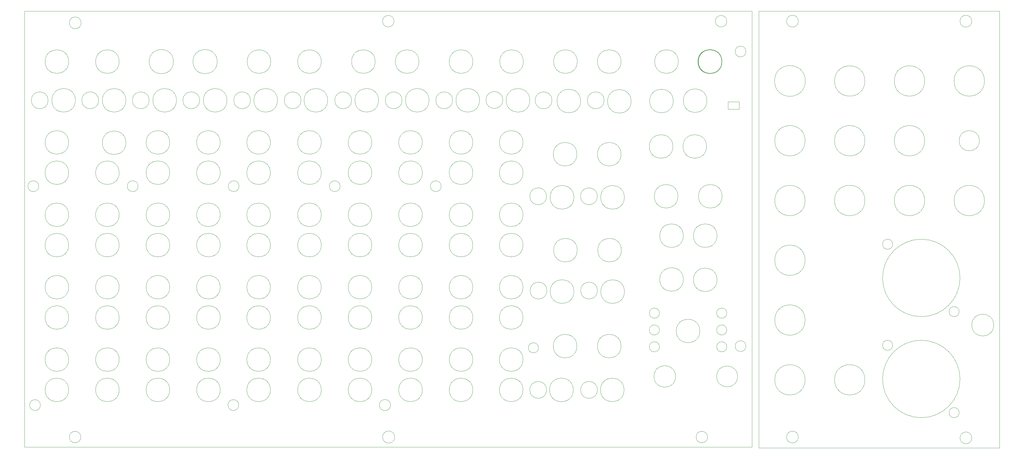
<source format=gbr>
%TF.GenerationSoftware,KiCad,Pcbnew,(6.0.7)*%
%TF.CreationDate,2022-09-27T11:44:32+02:00*%
%TF.ProjectId,Frontpannels,46726f6e-7470-4616-9e6e-656c732e6b69,rev?*%
%TF.SameCoordinates,Original*%
%TF.FileFunction,Profile,NP*%
%FSLAX46Y46*%
G04 Gerber Fmt 4.6, Leading zero omitted, Abs format (unit mm)*
G04 Created by KiCad (PCBNEW (6.0.7)) date 2022-09-27 11:44:32*
%MOMM*%
%LPD*%
G01*
G04 APERTURE LIST*
%TA.AperFunction,Profile*%
%ADD10C,0.100000*%
%TD*%
%TA.AperFunction,Profile*%
%ADD11C,0.050000*%
%TD*%
G04 APERTURE END LIST*
D10*
X122349242Y-131500000D02*
G75*
G03*
X122349242Y-131500000I-1649242J0D01*
G01*
X155707987Y-40900000D02*
G75*
G03*
X155707987Y-40900000I-2507987J0D01*
G01*
X163725667Y-41000000D02*
G75*
G03*
X163725667Y-41000000I-3512834J0D01*
G01*
X168701999Y-69500000D02*
G75*
G03*
X168701999Y-69500000I-2501999J0D01*
G01*
X191790052Y-69812833D02*
G75*
G03*
X191790052Y-69812833I-3512834J0D01*
G01*
X183779217Y-69500000D02*
G75*
G03*
X183779217Y-69500000I-2501999J0D01*
G01*
X176800001Y-69800000D02*
G75*
G03*
X176800001Y-69800000I-3522783J0D01*
G01*
X191812834Y-97812833D02*
G75*
G03*
X191812834Y-97812833I-3512834J0D01*
G01*
X183801999Y-97500000D02*
G75*
G03*
X183801999Y-97500000I-2501999J0D01*
G01*
X176822783Y-97800000D02*
G75*
G03*
X176822783Y-97800000I-3522783J0D01*
G01*
X168807987Y-97500000D02*
G75*
G03*
X168807987Y-97500000I-2507987J0D01*
G01*
X176622783Y-127000000D02*
G75*
G03*
X176622783Y-127000000I-3522783J0D01*
G01*
X191701428Y-127000000D02*
G75*
G03*
X191701428Y-127000000I-3501428J0D01*
G01*
X190801428Y-114000000D02*
G75*
G03*
X190801428Y-114000000I-3501428J0D01*
G01*
X177700000Y-114000000D02*
G75*
G03*
X177700000Y-114000000I-3500000J0D01*
G01*
X190901428Y-85500000D02*
G75*
G03*
X190901428Y-85500000I-3501428J0D01*
G01*
X177800000Y-85500000D02*
G75*
G03*
X177800000Y-85500000I-3500000J0D01*
G01*
X177700000Y-57000000D02*
G75*
G03*
X177700000Y-57000000I-3500000J0D01*
G01*
X190801428Y-57000000D02*
G75*
G03*
X190801428Y-57000000I-3501428J0D01*
G01*
X220800000Y-29500000D02*
G75*
G03*
X220800000Y-29500000I-3600000J0D01*
G01*
X207800000Y-29500000D02*
G75*
G03*
X207800000Y-29500000I-3501428J0D01*
G01*
X190805710Y-29500000D02*
G75*
G03*
X190805710Y-29500000I-3505710J0D01*
G01*
X177805710Y-29500000D02*
G75*
G03*
X177805710Y-29500000I-3505710J0D01*
G01*
X161800000Y-29500000D02*
G75*
G03*
X161800000Y-29500000I-3500000J0D01*
G01*
X146801428Y-29500000D02*
G75*
G03*
X146801428Y-29500000I-3501428J0D01*
G01*
X130805710Y-29500000D02*
G75*
G03*
X130805710Y-29500000I-3505710J0D01*
G01*
X117800000Y-29500000D02*
G75*
G03*
X117800000Y-29500000I-3500000J0D01*
G01*
X101800000Y-29500000D02*
G75*
G03*
X101800000Y-29500000I-3500000J0D01*
G01*
X86801428Y-29500000D02*
G75*
G03*
X86801428Y-29500000I-3501428J0D01*
G01*
X70900000Y-29500000D02*
G75*
G03*
X70900000Y-29500000I-3600000J0D01*
G01*
X57901389Y-29500000D02*
G75*
G03*
X57901389Y-29500000I-3601389J0D01*
G01*
X41801428Y-29500000D02*
G75*
G03*
X41801428Y-29500000I-3501428J0D01*
G01*
X26800000Y-29500000D02*
G75*
G03*
X26800000Y-29500000I-3500000J0D01*
G01*
X20700000Y-41000000D02*
G75*
G03*
X20700000Y-41000000I-2500000J0D01*
G01*
X28800000Y-41000000D02*
G75*
G03*
X28800000Y-41000000I-3500000J0D01*
G01*
X35701999Y-41000000D02*
G75*
G03*
X35701999Y-41000000I-2501999J0D01*
G01*
X43800000Y-41000000D02*
G75*
G03*
X43800000Y-41000000I-3500000J0D01*
G01*
X50700000Y-41000000D02*
G75*
G03*
X50700000Y-41000000I-2500000J0D01*
G01*
X58801428Y-41000000D02*
G75*
G03*
X58801428Y-41000000I-3501428J0D01*
G01*
X65701999Y-41000000D02*
G75*
G03*
X65701999Y-41000000I-2501999J0D01*
G01*
X73800000Y-41000000D02*
G75*
G03*
X73800000Y-41000000I-3500000J0D01*
G01*
X80800000Y-41000000D02*
G75*
G03*
X80800000Y-41000000I-2500000J0D01*
G01*
X88805710Y-41000000D02*
G75*
G03*
X88805710Y-41000000I-3505710J0D01*
G01*
X95801999Y-41000000D02*
G75*
G03*
X95801999Y-41000000I-2501999J0D01*
G01*
X103700000Y-41000000D02*
G75*
G03*
X103700000Y-41000000I-3500000J0D01*
G01*
X110801999Y-41000000D02*
G75*
G03*
X110801999Y-41000000I-2501999J0D01*
G01*
X118800000Y-41000000D02*
G75*
G03*
X118800000Y-41000000I-3500000J0D01*
G01*
X125801999Y-41000000D02*
G75*
G03*
X125801999Y-41000000I-2501999J0D01*
G01*
X133801428Y-41000000D02*
G75*
G03*
X133801428Y-41000000I-3501428J0D01*
G01*
X140801999Y-41000000D02*
G75*
G03*
X140801999Y-41000000I-2501999J0D01*
G01*
X148800000Y-41000000D02*
G75*
G03*
X148800000Y-41000000I-3500000J0D01*
G01*
X170301999Y-41000000D02*
G75*
G03*
X170301999Y-41000000I-2501999J0D01*
G01*
X178805710Y-41200000D02*
G75*
G03*
X178805710Y-41200000I-3505710J0D01*
G01*
X185801999Y-41000000D02*
G75*
G03*
X185801999Y-41000000I-2501999J0D01*
G01*
X193800000Y-41300000D02*
G75*
G03*
X193800000Y-41300000I-3500000J0D01*
G01*
X26800000Y-53500000D02*
G75*
G03*
X26800000Y-53500000I-3500000J0D01*
G01*
X101800000Y-53500000D02*
G75*
G03*
X101800000Y-53500000I-3500000J0D01*
G01*
X86700000Y-53500000D02*
G75*
G03*
X86700000Y-53500000I-3500000J0D01*
G01*
X56800000Y-53500000D02*
G75*
G03*
X56800000Y-53500000I-3500000J0D01*
G01*
X43800000Y-53600000D02*
G75*
G03*
X43800000Y-53600000I-3500000J0D01*
G01*
X146800000Y-53500000D02*
G75*
G03*
X146800000Y-53500000I-3500000J0D01*
G01*
X161700000Y-53500000D02*
G75*
G03*
X161700000Y-53500000I-3500000J0D01*
G01*
X71800000Y-53500000D02*
G75*
G03*
X71800000Y-53500000I-3500000J0D01*
G01*
X116800000Y-53500000D02*
G75*
G03*
X116800000Y-53500000I-3500000J0D01*
G01*
X131800000Y-53500000D02*
G75*
G03*
X131800000Y-53500000I-3500000J0D01*
G01*
X26800000Y-62500000D02*
G75*
G03*
X26800000Y-62500000I-3500000J0D01*
G01*
X101800000Y-62500000D02*
G75*
G03*
X101800000Y-62500000I-3500000J0D01*
G01*
X86700000Y-62500000D02*
G75*
G03*
X86700000Y-62500000I-3500000J0D01*
G01*
X56800000Y-62500000D02*
G75*
G03*
X56800000Y-62500000I-3500000J0D01*
G01*
X41800000Y-62500000D02*
G75*
G03*
X41800000Y-62500000I-3500000J0D01*
G01*
X146800000Y-62500000D02*
G75*
G03*
X146800000Y-62500000I-3500000J0D01*
G01*
X161700000Y-62500000D02*
G75*
G03*
X161700000Y-62500000I-3500000J0D01*
G01*
X71800000Y-62500000D02*
G75*
G03*
X71800000Y-62500000I-3500000J0D01*
G01*
X116800000Y-62500000D02*
G75*
G03*
X116800000Y-62500000I-3500000J0D01*
G01*
X131800000Y-62500000D02*
G75*
G03*
X131800000Y-62500000I-3500000J0D01*
G01*
X26800000Y-75000000D02*
G75*
G03*
X26800000Y-75000000I-3500000J0D01*
G01*
X101800000Y-75000000D02*
G75*
G03*
X101800000Y-75000000I-3500000J0D01*
G01*
X86700000Y-75000000D02*
G75*
G03*
X86700000Y-75000000I-3500000J0D01*
G01*
X56800000Y-75000000D02*
G75*
G03*
X56800000Y-75000000I-3500000J0D01*
G01*
X41800000Y-75000000D02*
G75*
G03*
X41800000Y-75000000I-3500000J0D01*
G01*
X146800000Y-75000000D02*
G75*
G03*
X146800000Y-75000000I-3500000J0D01*
G01*
X161700000Y-75000000D02*
G75*
G03*
X161700000Y-75000000I-3500000J0D01*
G01*
X71800000Y-75000000D02*
G75*
G03*
X71800000Y-75000000I-3500000J0D01*
G01*
X116800000Y-75000000D02*
G75*
G03*
X116800000Y-75000000I-3500000J0D01*
G01*
X131800000Y-75000000D02*
G75*
G03*
X131800000Y-75000000I-3500000J0D01*
G01*
X26800000Y-84000000D02*
G75*
G03*
X26800000Y-84000000I-3500000J0D01*
G01*
X101800000Y-84000000D02*
G75*
G03*
X101800000Y-84000000I-3500000J0D01*
G01*
X86700000Y-84000000D02*
G75*
G03*
X86700000Y-84000000I-3500000J0D01*
G01*
X56800000Y-84000000D02*
G75*
G03*
X56800000Y-84000000I-3500000J0D01*
G01*
X41800000Y-84000000D02*
G75*
G03*
X41800000Y-84000000I-3500000J0D01*
G01*
X146800000Y-84000000D02*
G75*
G03*
X146800000Y-84000000I-3500000J0D01*
G01*
X161700000Y-84000000D02*
G75*
G03*
X161700000Y-84000000I-3500000J0D01*
G01*
X71800000Y-84000000D02*
G75*
G03*
X71800000Y-84000000I-3500000J0D01*
G01*
X116800000Y-84000000D02*
G75*
G03*
X116800000Y-84000000I-3500000J0D01*
G01*
X131800000Y-84000000D02*
G75*
G03*
X131800000Y-84000000I-3500000J0D01*
G01*
X26800000Y-96500000D02*
G75*
G03*
X26800000Y-96500000I-3500000J0D01*
G01*
X101800000Y-96500000D02*
G75*
G03*
X101800000Y-96500000I-3500000J0D01*
G01*
X86700000Y-96500000D02*
G75*
G03*
X86700000Y-96500000I-3500000J0D01*
G01*
X56800000Y-96500000D02*
G75*
G03*
X56800000Y-96500000I-3500000J0D01*
G01*
X41800000Y-96500000D02*
G75*
G03*
X41800000Y-96500000I-3500000J0D01*
G01*
X146800000Y-96500000D02*
G75*
G03*
X146800000Y-96500000I-3500000J0D01*
G01*
X161700000Y-96500000D02*
G75*
G03*
X161700000Y-96500000I-3500000J0D01*
G01*
X71800000Y-96500000D02*
G75*
G03*
X71800000Y-96500000I-3500000J0D01*
G01*
X116800000Y-96500000D02*
G75*
G03*
X116800000Y-96500000I-3500000J0D01*
G01*
X131800000Y-96500000D02*
G75*
G03*
X131800000Y-96500000I-3500000J0D01*
G01*
X26800000Y-105500000D02*
G75*
G03*
X26800000Y-105500000I-3500000J0D01*
G01*
X101800000Y-105500000D02*
G75*
G03*
X101800000Y-105500000I-3500000J0D01*
G01*
X86700000Y-105500000D02*
G75*
G03*
X86700000Y-105500000I-3500000J0D01*
G01*
X56800000Y-105500000D02*
G75*
G03*
X56800000Y-105500000I-3500000J0D01*
G01*
X41800000Y-105500000D02*
G75*
G03*
X41800000Y-105500000I-3500000J0D01*
G01*
X146800000Y-105500000D02*
G75*
G03*
X146800000Y-105500000I-3500000J0D01*
G01*
X161700000Y-105500000D02*
G75*
G03*
X161700000Y-105500000I-3500000J0D01*
G01*
X71800000Y-105500000D02*
G75*
G03*
X71800000Y-105500000I-3500000J0D01*
G01*
X116800000Y-105500000D02*
G75*
G03*
X116800000Y-105500000I-3500000J0D01*
G01*
X131800000Y-105500000D02*
G75*
G03*
X131800000Y-105500000I-3500000J0D01*
G01*
X26800000Y-118000000D02*
G75*
G03*
X26800000Y-118000000I-3500000J0D01*
G01*
X101800000Y-118000000D02*
G75*
G03*
X101800000Y-118000000I-3500000J0D01*
G01*
X86700000Y-118000000D02*
G75*
G03*
X86700000Y-118000000I-3500000J0D01*
G01*
X56800000Y-118000000D02*
G75*
G03*
X56800000Y-118000000I-3500000J0D01*
G01*
X41800000Y-118000000D02*
G75*
G03*
X41800000Y-118000000I-3500000J0D01*
G01*
X146800000Y-118000000D02*
G75*
G03*
X146800000Y-118000000I-3500000J0D01*
G01*
X161700000Y-118000000D02*
G75*
G03*
X161700000Y-118000000I-3500000J0D01*
G01*
X71800000Y-118000000D02*
G75*
G03*
X71800000Y-118000000I-3500000J0D01*
G01*
X116800000Y-118000000D02*
G75*
G03*
X116800000Y-118000000I-3500000J0D01*
G01*
X131800000Y-118000000D02*
G75*
G03*
X131800000Y-118000000I-3500000J0D01*
G01*
X161700000Y-127000000D02*
G75*
G03*
X161700000Y-127000000I-3500000J0D01*
G01*
X146800000Y-127000000D02*
G75*
G03*
X146800000Y-127000000I-3500000J0D01*
G01*
X131800000Y-127000000D02*
G75*
G03*
X131800000Y-127000000I-3500000J0D01*
G01*
X116800000Y-127000000D02*
G75*
G03*
X116800000Y-127000000I-3500000J0D01*
G01*
X101800000Y-127000000D02*
G75*
G03*
X101800000Y-127000000I-3500000J0D01*
G01*
X86700000Y-127000000D02*
G75*
G03*
X86700000Y-127000000I-3500000J0D01*
G01*
X71800000Y-127000000D02*
G75*
G03*
X71800000Y-127000000I-3500000J0D01*
G01*
X56800000Y-127000000D02*
G75*
G03*
X56800000Y-127000000I-3500000J0D01*
G01*
X41800000Y-127000000D02*
G75*
G03*
X41800000Y-127000000I-3500000J0D01*
G01*
X26800000Y-127000000D02*
G75*
G03*
X26800000Y-127000000I-3500000J0D01*
G01*
X229700000Y-14500000D02*
X13700000Y-14500000D01*
X13700000Y-14500000D02*
X13700000Y-144000000D01*
X13700000Y-144000000D02*
X229700000Y-144000000D01*
X229700000Y-144000000D02*
X229700000Y-14500000D01*
X207800000Y-29500000D02*
G75*
G03*
X207800000Y-29500000I-3500000J0D01*
G01*
X220700000Y-29500000D02*
G75*
G03*
X220700000Y-29500000I-3500000J0D01*
G01*
X206300000Y-41200000D02*
G75*
G03*
X206300000Y-41200000I-3500000J0D01*
G01*
X216300000Y-41100000D02*
G75*
G03*
X216300000Y-41100000I-3500000J0D01*
G01*
X206200000Y-54700000D02*
G75*
G03*
X206200000Y-54700000I-3500000J0D01*
G01*
X216200000Y-54700000D02*
G75*
G03*
X216200000Y-54700000I-3500000J0D01*
G01*
X207700000Y-69500000D02*
G75*
G03*
X207700000Y-69500000I-3500000J0D01*
G01*
X220800000Y-69500000D02*
G75*
G03*
X220800000Y-69500000I-3500000J0D01*
G01*
X209300000Y-81200000D02*
G75*
G03*
X209300000Y-81200000I-3500000J0D01*
G01*
X219300000Y-81200000D02*
G75*
G03*
X219300000Y-81200000I-3500000J0D01*
G01*
X209300000Y-94200000D02*
G75*
G03*
X209300000Y-94200000I-3500000J0D01*
G01*
X219300000Y-94300000D02*
G75*
G03*
X219300000Y-94300000I-3500000J0D01*
G01*
X225400000Y-123000000D02*
G75*
G03*
X225400000Y-123000000I-3100000J0D01*
G01*
X207000000Y-123000000D02*
G75*
G03*
X207000000Y-123000000I-3200000J0D01*
G01*
X214200000Y-109500000D02*
G75*
G03*
X214200000Y-109500000I-3500000J0D01*
G01*
X222200000Y-114200000D02*
G75*
G03*
X222200000Y-114200000I-1500000J0D01*
G01*
X222200000Y-109200000D02*
G75*
G03*
X222200000Y-109200000I-1500000J0D01*
G01*
X222200000Y-104200000D02*
G75*
G03*
X222200000Y-104200000I-1500000J0D01*
G01*
X202200000Y-104200000D02*
G75*
G03*
X202200000Y-104200000I-1500000J0D01*
G01*
X202200000Y-109200000D02*
G75*
G03*
X202200000Y-109200000I-1500000J0D01*
G01*
X202200000Y-114200000D02*
G75*
G03*
X202200000Y-114200000I-1500000J0D01*
G01*
X166300000Y-114500000D02*
G75*
G03*
X166300000Y-114500000I-1500000J0D01*
G01*
X183807987Y-127000000D02*
G75*
G03*
X183807987Y-127000000I-2507987J0D01*
G01*
X168701999Y-127000000D02*
G75*
G03*
X168701999Y-127000000I-2501999J0D01*
G01*
X77300000Y-131500000D02*
G75*
G03*
X77300000Y-131500000I-1600000J0D01*
G01*
X123600000Y-141000000D02*
G75*
G03*
X123600000Y-141000000I-1800000J0D01*
G01*
X216500000Y-141000000D02*
G75*
G03*
X216500000Y-141000000I-1700000J0D01*
G01*
X227900000Y-114000000D02*
G75*
G03*
X227900000Y-114000000I-1600000J0D01*
G01*
X227900000Y-26500000D02*
G75*
G03*
X227900000Y-26500000I-1600000J0D01*
G01*
X222200000Y-17500000D02*
G75*
G03*
X222200000Y-17500000I-1700000J0D01*
G01*
X123400000Y-17500000D02*
G75*
G03*
X123400000Y-17500000I-1700000J0D01*
G01*
X137400000Y-66500000D02*
G75*
G03*
X137400000Y-66500000I-1600000J0D01*
G01*
X107400000Y-66500000D02*
G75*
G03*
X107400000Y-66500000I-1600000J0D01*
G01*
X77400000Y-66500000D02*
G75*
G03*
X77400000Y-66500000I-1600000J0D01*
G01*
X77400000Y-66500000D02*
G75*
G03*
X77400000Y-66500000I-1600000J0D01*
G01*
X47403122Y-66500000D02*
G75*
G03*
X47403122Y-66500000I-1603122J0D01*
G01*
X17912452Y-66500000D02*
G75*
G03*
X17912452Y-66500000I-1612452J0D01*
G01*
X18400000Y-131500000D02*
G75*
G03*
X18400000Y-131500000I-1600000J0D01*
G01*
X30400000Y-141000000D02*
G75*
G03*
X30400000Y-141000000I-1700000J0D01*
G01*
X220800000Y-29500000D02*
G75*
G03*
X220800000Y-29500000I-3501428J0D01*
G01*
X222600000Y-41400000D02*
X225900000Y-41400000D01*
X225900000Y-41400000D02*
X225900000Y-43600000D01*
X225900000Y-43600000D02*
X222600000Y-43600000D01*
X222600000Y-43600000D02*
X222600000Y-41400000D01*
D11*
X291450000Y-123750000D02*
G75*
G03*
X291450000Y-123750000I-11500000J0D01*
G01*
X243450000Y-17500000D02*
G75*
G03*
X243450000Y-17500000I-1750000J0D01*
G01*
X294950000Y-141250000D02*
G75*
G03*
X294950000Y-141250000I-1750000J0D01*
G01*
X245450000Y-70750000D02*
G75*
G03*
X245450000Y-70750000I-4500000J0D01*
G01*
X280950000Y-35250000D02*
G75*
G03*
X280950000Y-35250000I-4500000J0D01*
G01*
X301450000Y-107750000D02*
G75*
G03*
X301450000Y-107750000I-3250000J0D01*
G01*
X297200000Y-53000000D02*
G75*
G03*
X297200000Y-53000000I-3000000J0D01*
G01*
X245450000Y-53000000D02*
G75*
G03*
X245450000Y-53000000I-4500000J0D01*
G01*
X280950000Y-70750000D02*
G75*
G03*
X280950000Y-70750000I-4500000J0D01*
G01*
X291450000Y-93750000D02*
G75*
G03*
X291450000Y-93750000I-11500000J0D01*
G01*
X291200000Y-103750000D02*
G75*
G03*
X291200000Y-103750000I-1500000J0D01*
G01*
X263200000Y-35250000D02*
G75*
G03*
X263200000Y-35250000I-4500000J0D01*
G01*
X298706939Y-35250000D02*
G75*
G03*
X298706939Y-35250000I-4506939J0D01*
G01*
X263200000Y-53000000D02*
G75*
G03*
X263200000Y-53000000I-4500000J0D01*
G01*
X245450000Y-88500000D02*
G75*
G03*
X245450000Y-88500000I-4500000J0D01*
G01*
X243450000Y-141000000D02*
G75*
G03*
X243450000Y-141000000I-1750000J0D01*
G01*
X294950000Y-17500000D02*
G75*
G03*
X294950000Y-17500000I-1750000J0D01*
G01*
X263206939Y-70750000D02*
G75*
G03*
X263206939Y-70750000I-4506939J0D01*
G01*
X263200000Y-124000000D02*
G75*
G03*
X263200000Y-124000000I-4500000J0D01*
G01*
X245450000Y-106250000D02*
G75*
G03*
X245450000Y-106250000I-4500000J0D01*
G01*
X303200000Y-14500000D02*
X231700000Y-14500000D01*
X231700000Y-14500000D02*
X231700000Y-144250000D01*
X231700000Y-144250000D02*
X303200000Y-144250000D01*
X303200000Y-144250000D02*
X303200000Y-14500000D01*
X291200000Y-133750000D02*
G75*
G03*
X291200000Y-133750000I-1500000J0D01*
G01*
X245450000Y-124000000D02*
G75*
G03*
X245450000Y-124000000I-4500000J0D01*
G01*
X271450000Y-83750000D02*
G75*
G03*
X271450000Y-83750000I-1500000J0D01*
G01*
X271450000Y-113750000D02*
G75*
G03*
X271450000Y-113750000I-1500000J0D01*
G01*
X298700000Y-70750000D02*
G75*
G03*
X298700000Y-70750000I-4500000J0D01*
G01*
X280950000Y-53000000D02*
G75*
G03*
X280950000Y-53000000I-4500000J0D01*
G01*
X245512072Y-35250000D02*
G75*
G03*
X245512072Y-35250000I-4562072J0D01*
G01*
D10*
X30500000Y-18000000D02*
G75*
G03*
X30500000Y-18000000I-1750000J0D01*
G01*
M02*

</source>
